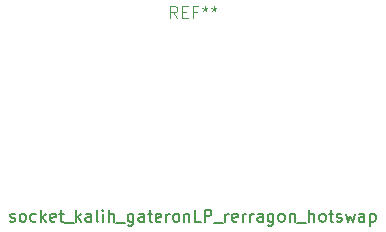
<source format=gbr>
%TF.GenerationSoftware,KiCad,Pcbnew,7.0.2*%
%TF.CreationDate,2023-05-08T22:42:50+02:00*%
%TF.ProjectId,verasity_PCB,76657261-7369-4747-995f-5043422e6b69,rev?*%
%TF.SameCoordinates,Original*%
%TF.FileFunction,Legend,Top*%
%TF.FilePolarity,Positive*%
%FSLAX46Y46*%
G04 Gerber Fmt 4.6, Leading zero omitted, Abs format (unit mm)*
G04 Created by KiCad (PCBNEW 7.0.2) date 2023-05-08 22:42:50*
%MOMM*%
%LPD*%
G01*
G04 APERTURE LIST*
%ADD10C,0.100000*%
%ADD11C,0.150000*%
G04 APERTURE END LIST*
D10*
%TO.C,REF\u002A\u002A*%
X69786666Y-81882619D02*
X69453333Y-81406428D01*
X69215238Y-81882619D02*
X69215238Y-80882619D01*
X69215238Y-80882619D02*
X69596190Y-80882619D01*
X69596190Y-80882619D02*
X69691428Y-80930238D01*
X69691428Y-80930238D02*
X69739047Y-80977857D01*
X69739047Y-80977857D02*
X69786666Y-81073095D01*
X69786666Y-81073095D02*
X69786666Y-81215952D01*
X69786666Y-81215952D02*
X69739047Y-81311190D01*
X69739047Y-81311190D02*
X69691428Y-81358809D01*
X69691428Y-81358809D02*
X69596190Y-81406428D01*
X69596190Y-81406428D02*
X69215238Y-81406428D01*
X70215238Y-81358809D02*
X70548571Y-81358809D01*
X70691428Y-81882619D02*
X70215238Y-81882619D01*
X70215238Y-81882619D02*
X70215238Y-80882619D01*
X70215238Y-80882619D02*
X70691428Y-80882619D01*
X71453333Y-81358809D02*
X71120000Y-81358809D01*
X71120000Y-81882619D02*
X71120000Y-80882619D01*
X71120000Y-80882619D02*
X71596190Y-80882619D01*
X72120000Y-80882619D02*
X72120000Y-81120714D01*
X71881905Y-81025476D02*
X72120000Y-81120714D01*
X72120000Y-81120714D02*
X72358095Y-81025476D01*
X71977143Y-81311190D02*
X72120000Y-81120714D01*
X72120000Y-81120714D02*
X72262857Y-81311190D01*
X72881905Y-80882619D02*
X72881905Y-81120714D01*
X72643810Y-81025476D02*
X72881905Y-81120714D01*
X72881905Y-81120714D02*
X73120000Y-81025476D01*
X72739048Y-81311190D02*
X72881905Y-81120714D01*
X72881905Y-81120714D02*
X73024762Y-81311190D01*
D11*
X55643806Y-99085000D02*
X55739044Y-99132619D01*
X55739044Y-99132619D02*
X55929520Y-99132619D01*
X55929520Y-99132619D02*
X56024758Y-99085000D01*
X56024758Y-99085000D02*
X56072377Y-98989761D01*
X56072377Y-98989761D02*
X56072377Y-98942142D01*
X56072377Y-98942142D02*
X56024758Y-98846904D01*
X56024758Y-98846904D02*
X55929520Y-98799285D01*
X55929520Y-98799285D02*
X55786663Y-98799285D01*
X55786663Y-98799285D02*
X55691425Y-98751666D01*
X55691425Y-98751666D02*
X55643806Y-98656428D01*
X55643806Y-98656428D02*
X55643806Y-98608809D01*
X55643806Y-98608809D02*
X55691425Y-98513571D01*
X55691425Y-98513571D02*
X55786663Y-98465952D01*
X55786663Y-98465952D02*
X55929520Y-98465952D01*
X55929520Y-98465952D02*
X56024758Y-98513571D01*
X56643806Y-99132619D02*
X56548568Y-99085000D01*
X56548568Y-99085000D02*
X56500949Y-99037380D01*
X56500949Y-99037380D02*
X56453330Y-98942142D01*
X56453330Y-98942142D02*
X56453330Y-98656428D01*
X56453330Y-98656428D02*
X56500949Y-98561190D01*
X56500949Y-98561190D02*
X56548568Y-98513571D01*
X56548568Y-98513571D02*
X56643806Y-98465952D01*
X56643806Y-98465952D02*
X56786663Y-98465952D01*
X56786663Y-98465952D02*
X56881901Y-98513571D01*
X56881901Y-98513571D02*
X56929520Y-98561190D01*
X56929520Y-98561190D02*
X56977139Y-98656428D01*
X56977139Y-98656428D02*
X56977139Y-98942142D01*
X56977139Y-98942142D02*
X56929520Y-99037380D01*
X56929520Y-99037380D02*
X56881901Y-99085000D01*
X56881901Y-99085000D02*
X56786663Y-99132619D01*
X56786663Y-99132619D02*
X56643806Y-99132619D01*
X57834282Y-99085000D02*
X57739044Y-99132619D01*
X57739044Y-99132619D02*
X57548568Y-99132619D01*
X57548568Y-99132619D02*
X57453330Y-99085000D01*
X57453330Y-99085000D02*
X57405711Y-99037380D01*
X57405711Y-99037380D02*
X57358092Y-98942142D01*
X57358092Y-98942142D02*
X57358092Y-98656428D01*
X57358092Y-98656428D02*
X57405711Y-98561190D01*
X57405711Y-98561190D02*
X57453330Y-98513571D01*
X57453330Y-98513571D02*
X57548568Y-98465952D01*
X57548568Y-98465952D02*
X57739044Y-98465952D01*
X57739044Y-98465952D02*
X57834282Y-98513571D01*
X58262854Y-99132619D02*
X58262854Y-98132619D01*
X58358092Y-98751666D02*
X58643806Y-99132619D01*
X58643806Y-98465952D02*
X58262854Y-98846904D01*
X59453330Y-99085000D02*
X59358092Y-99132619D01*
X59358092Y-99132619D02*
X59167616Y-99132619D01*
X59167616Y-99132619D02*
X59072378Y-99085000D01*
X59072378Y-99085000D02*
X59024759Y-98989761D01*
X59024759Y-98989761D02*
X59024759Y-98608809D01*
X59024759Y-98608809D02*
X59072378Y-98513571D01*
X59072378Y-98513571D02*
X59167616Y-98465952D01*
X59167616Y-98465952D02*
X59358092Y-98465952D01*
X59358092Y-98465952D02*
X59453330Y-98513571D01*
X59453330Y-98513571D02*
X59500949Y-98608809D01*
X59500949Y-98608809D02*
X59500949Y-98704047D01*
X59500949Y-98704047D02*
X59024759Y-98799285D01*
X59786664Y-98465952D02*
X60167616Y-98465952D01*
X59929521Y-98132619D02*
X59929521Y-98989761D01*
X59929521Y-98989761D02*
X59977140Y-99085000D01*
X59977140Y-99085000D02*
X60072378Y-99132619D01*
X60072378Y-99132619D02*
X60167616Y-99132619D01*
X60262855Y-99227857D02*
X61024759Y-99227857D01*
X61262855Y-99132619D02*
X61262855Y-98132619D01*
X61358093Y-98751666D02*
X61643807Y-99132619D01*
X61643807Y-98465952D02*
X61262855Y-98846904D01*
X62500950Y-99132619D02*
X62500950Y-98608809D01*
X62500950Y-98608809D02*
X62453331Y-98513571D01*
X62453331Y-98513571D02*
X62358093Y-98465952D01*
X62358093Y-98465952D02*
X62167617Y-98465952D01*
X62167617Y-98465952D02*
X62072379Y-98513571D01*
X62500950Y-99085000D02*
X62405712Y-99132619D01*
X62405712Y-99132619D02*
X62167617Y-99132619D01*
X62167617Y-99132619D02*
X62072379Y-99085000D01*
X62072379Y-99085000D02*
X62024760Y-98989761D01*
X62024760Y-98989761D02*
X62024760Y-98894523D01*
X62024760Y-98894523D02*
X62072379Y-98799285D01*
X62072379Y-98799285D02*
X62167617Y-98751666D01*
X62167617Y-98751666D02*
X62405712Y-98751666D01*
X62405712Y-98751666D02*
X62500950Y-98704047D01*
X63119998Y-99132619D02*
X63024760Y-99085000D01*
X63024760Y-99085000D02*
X62977141Y-98989761D01*
X62977141Y-98989761D02*
X62977141Y-98132619D01*
X63500951Y-99132619D02*
X63500951Y-98465952D01*
X63500951Y-98132619D02*
X63453332Y-98180238D01*
X63453332Y-98180238D02*
X63500951Y-98227857D01*
X63500951Y-98227857D02*
X63548570Y-98180238D01*
X63548570Y-98180238D02*
X63500951Y-98132619D01*
X63500951Y-98132619D02*
X63500951Y-98227857D01*
X63977141Y-99132619D02*
X63977141Y-98132619D01*
X64405712Y-99132619D02*
X64405712Y-98608809D01*
X64405712Y-98608809D02*
X64358093Y-98513571D01*
X64358093Y-98513571D02*
X64262855Y-98465952D01*
X64262855Y-98465952D02*
X64119998Y-98465952D01*
X64119998Y-98465952D02*
X64024760Y-98513571D01*
X64024760Y-98513571D02*
X63977141Y-98561190D01*
X64643808Y-99227857D02*
X65405712Y-99227857D01*
X66072379Y-98465952D02*
X66072379Y-99275476D01*
X66072379Y-99275476D02*
X66024760Y-99370714D01*
X66024760Y-99370714D02*
X65977141Y-99418333D01*
X65977141Y-99418333D02*
X65881903Y-99465952D01*
X65881903Y-99465952D02*
X65739046Y-99465952D01*
X65739046Y-99465952D02*
X65643808Y-99418333D01*
X66072379Y-99085000D02*
X65977141Y-99132619D01*
X65977141Y-99132619D02*
X65786665Y-99132619D01*
X65786665Y-99132619D02*
X65691427Y-99085000D01*
X65691427Y-99085000D02*
X65643808Y-99037380D01*
X65643808Y-99037380D02*
X65596189Y-98942142D01*
X65596189Y-98942142D02*
X65596189Y-98656428D01*
X65596189Y-98656428D02*
X65643808Y-98561190D01*
X65643808Y-98561190D02*
X65691427Y-98513571D01*
X65691427Y-98513571D02*
X65786665Y-98465952D01*
X65786665Y-98465952D02*
X65977141Y-98465952D01*
X65977141Y-98465952D02*
X66072379Y-98513571D01*
X66977141Y-99132619D02*
X66977141Y-98608809D01*
X66977141Y-98608809D02*
X66929522Y-98513571D01*
X66929522Y-98513571D02*
X66834284Y-98465952D01*
X66834284Y-98465952D02*
X66643808Y-98465952D01*
X66643808Y-98465952D02*
X66548570Y-98513571D01*
X66977141Y-99085000D02*
X66881903Y-99132619D01*
X66881903Y-99132619D02*
X66643808Y-99132619D01*
X66643808Y-99132619D02*
X66548570Y-99085000D01*
X66548570Y-99085000D02*
X66500951Y-98989761D01*
X66500951Y-98989761D02*
X66500951Y-98894523D01*
X66500951Y-98894523D02*
X66548570Y-98799285D01*
X66548570Y-98799285D02*
X66643808Y-98751666D01*
X66643808Y-98751666D02*
X66881903Y-98751666D01*
X66881903Y-98751666D02*
X66977141Y-98704047D01*
X67310475Y-98465952D02*
X67691427Y-98465952D01*
X67453332Y-98132619D02*
X67453332Y-98989761D01*
X67453332Y-98989761D02*
X67500951Y-99085000D01*
X67500951Y-99085000D02*
X67596189Y-99132619D01*
X67596189Y-99132619D02*
X67691427Y-99132619D01*
X68405713Y-99085000D02*
X68310475Y-99132619D01*
X68310475Y-99132619D02*
X68119999Y-99132619D01*
X68119999Y-99132619D02*
X68024761Y-99085000D01*
X68024761Y-99085000D02*
X67977142Y-98989761D01*
X67977142Y-98989761D02*
X67977142Y-98608809D01*
X67977142Y-98608809D02*
X68024761Y-98513571D01*
X68024761Y-98513571D02*
X68119999Y-98465952D01*
X68119999Y-98465952D02*
X68310475Y-98465952D01*
X68310475Y-98465952D02*
X68405713Y-98513571D01*
X68405713Y-98513571D02*
X68453332Y-98608809D01*
X68453332Y-98608809D02*
X68453332Y-98704047D01*
X68453332Y-98704047D02*
X67977142Y-98799285D01*
X68881904Y-99132619D02*
X68881904Y-98465952D01*
X68881904Y-98656428D02*
X68929523Y-98561190D01*
X68929523Y-98561190D02*
X68977142Y-98513571D01*
X68977142Y-98513571D02*
X69072380Y-98465952D01*
X69072380Y-98465952D02*
X69167618Y-98465952D01*
X69643809Y-99132619D02*
X69548571Y-99085000D01*
X69548571Y-99085000D02*
X69500952Y-99037380D01*
X69500952Y-99037380D02*
X69453333Y-98942142D01*
X69453333Y-98942142D02*
X69453333Y-98656428D01*
X69453333Y-98656428D02*
X69500952Y-98561190D01*
X69500952Y-98561190D02*
X69548571Y-98513571D01*
X69548571Y-98513571D02*
X69643809Y-98465952D01*
X69643809Y-98465952D02*
X69786666Y-98465952D01*
X69786666Y-98465952D02*
X69881904Y-98513571D01*
X69881904Y-98513571D02*
X69929523Y-98561190D01*
X69929523Y-98561190D02*
X69977142Y-98656428D01*
X69977142Y-98656428D02*
X69977142Y-98942142D01*
X69977142Y-98942142D02*
X69929523Y-99037380D01*
X69929523Y-99037380D02*
X69881904Y-99085000D01*
X69881904Y-99085000D02*
X69786666Y-99132619D01*
X69786666Y-99132619D02*
X69643809Y-99132619D01*
X70405714Y-98465952D02*
X70405714Y-99132619D01*
X70405714Y-98561190D02*
X70453333Y-98513571D01*
X70453333Y-98513571D02*
X70548571Y-98465952D01*
X70548571Y-98465952D02*
X70691428Y-98465952D01*
X70691428Y-98465952D02*
X70786666Y-98513571D01*
X70786666Y-98513571D02*
X70834285Y-98608809D01*
X70834285Y-98608809D02*
X70834285Y-99132619D01*
X71786666Y-99132619D02*
X71310476Y-99132619D01*
X71310476Y-99132619D02*
X71310476Y-98132619D01*
X72120000Y-99132619D02*
X72120000Y-98132619D01*
X72120000Y-98132619D02*
X72500952Y-98132619D01*
X72500952Y-98132619D02*
X72596190Y-98180238D01*
X72596190Y-98180238D02*
X72643809Y-98227857D01*
X72643809Y-98227857D02*
X72691428Y-98323095D01*
X72691428Y-98323095D02*
X72691428Y-98465952D01*
X72691428Y-98465952D02*
X72643809Y-98561190D01*
X72643809Y-98561190D02*
X72596190Y-98608809D01*
X72596190Y-98608809D02*
X72500952Y-98656428D01*
X72500952Y-98656428D02*
X72120000Y-98656428D01*
X72881905Y-99227857D02*
X73643809Y-99227857D01*
X73881905Y-99132619D02*
X73881905Y-98465952D01*
X73881905Y-98656428D02*
X73929524Y-98561190D01*
X73929524Y-98561190D02*
X73977143Y-98513571D01*
X73977143Y-98513571D02*
X74072381Y-98465952D01*
X74072381Y-98465952D02*
X74167619Y-98465952D01*
X74881905Y-99085000D02*
X74786667Y-99132619D01*
X74786667Y-99132619D02*
X74596191Y-99132619D01*
X74596191Y-99132619D02*
X74500953Y-99085000D01*
X74500953Y-99085000D02*
X74453334Y-98989761D01*
X74453334Y-98989761D02*
X74453334Y-98608809D01*
X74453334Y-98608809D02*
X74500953Y-98513571D01*
X74500953Y-98513571D02*
X74596191Y-98465952D01*
X74596191Y-98465952D02*
X74786667Y-98465952D01*
X74786667Y-98465952D02*
X74881905Y-98513571D01*
X74881905Y-98513571D02*
X74929524Y-98608809D01*
X74929524Y-98608809D02*
X74929524Y-98704047D01*
X74929524Y-98704047D02*
X74453334Y-98799285D01*
X75358096Y-99132619D02*
X75358096Y-98465952D01*
X75358096Y-98656428D02*
X75405715Y-98561190D01*
X75405715Y-98561190D02*
X75453334Y-98513571D01*
X75453334Y-98513571D02*
X75548572Y-98465952D01*
X75548572Y-98465952D02*
X75643810Y-98465952D01*
X75977144Y-99132619D02*
X75977144Y-98465952D01*
X75977144Y-98656428D02*
X76024763Y-98561190D01*
X76024763Y-98561190D02*
X76072382Y-98513571D01*
X76072382Y-98513571D02*
X76167620Y-98465952D01*
X76167620Y-98465952D02*
X76262858Y-98465952D01*
X77024763Y-99132619D02*
X77024763Y-98608809D01*
X77024763Y-98608809D02*
X76977144Y-98513571D01*
X76977144Y-98513571D02*
X76881906Y-98465952D01*
X76881906Y-98465952D02*
X76691430Y-98465952D01*
X76691430Y-98465952D02*
X76596192Y-98513571D01*
X77024763Y-99085000D02*
X76929525Y-99132619D01*
X76929525Y-99132619D02*
X76691430Y-99132619D01*
X76691430Y-99132619D02*
X76596192Y-99085000D01*
X76596192Y-99085000D02*
X76548573Y-98989761D01*
X76548573Y-98989761D02*
X76548573Y-98894523D01*
X76548573Y-98894523D02*
X76596192Y-98799285D01*
X76596192Y-98799285D02*
X76691430Y-98751666D01*
X76691430Y-98751666D02*
X76929525Y-98751666D01*
X76929525Y-98751666D02*
X77024763Y-98704047D01*
X77929525Y-98465952D02*
X77929525Y-99275476D01*
X77929525Y-99275476D02*
X77881906Y-99370714D01*
X77881906Y-99370714D02*
X77834287Y-99418333D01*
X77834287Y-99418333D02*
X77739049Y-99465952D01*
X77739049Y-99465952D02*
X77596192Y-99465952D01*
X77596192Y-99465952D02*
X77500954Y-99418333D01*
X77929525Y-99085000D02*
X77834287Y-99132619D01*
X77834287Y-99132619D02*
X77643811Y-99132619D01*
X77643811Y-99132619D02*
X77548573Y-99085000D01*
X77548573Y-99085000D02*
X77500954Y-99037380D01*
X77500954Y-99037380D02*
X77453335Y-98942142D01*
X77453335Y-98942142D02*
X77453335Y-98656428D01*
X77453335Y-98656428D02*
X77500954Y-98561190D01*
X77500954Y-98561190D02*
X77548573Y-98513571D01*
X77548573Y-98513571D02*
X77643811Y-98465952D01*
X77643811Y-98465952D02*
X77834287Y-98465952D01*
X77834287Y-98465952D02*
X77929525Y-98513571D01*
X78548573Y-99132619D02*
X78453335Y-99085000D01*
X78453335Y-99085000D02*
X78405716Y-99037380D01*
X78405716Y-99037380D02*
X78358097Y-98942142D01*
X78358097Y-98942142D02*
X78358097Y-98656428D01*
X78358097Y-98656428D02*
X78405716Y-98561190D01*
X78405716Y-98561190D02*
X78453335Y-98513571D01*
X78453335Y-98513571D02*
X78548573Y-98465952D01*
X78548573Y-98465952D02*
X78691430Y-98465952D01*
X78691430Y-98465952D02*
X78786668Y-98513571D01*
X78786668Y-98513571D02*
X78834287Y-98561190D01*
X78834287Y-98561190D02*
X78881906Y-98656428D01*
X78881906Y-98656428D02*
X78881906Y-98942142D01*
X78881906Y-98942142D02*
X78834287Y-99037380D01*
X78834287Y-99037380D02*
X78786668Y-99085000D01*
X78786668Y-99085000D02*
X78691430Y-99132619D01*
X78691430Y-99132619D02*
X78548573Y-99132619D01*
X79310478Y-98465952D02*
X79310478Y-99132619D01*
X79310478Y-98561190D02*
X79358097Y-98513571D01*
X79358097Y-98513571D02*
X79453335Y-98465952D01*
X79453335Y-98465952D02*
X79596192Y-98465952D01*
X79596192Y-98465952D02*
X79691430Y-98513571D01*
X79691430Y-98513571D02*
X79739049Y-98608809D01*
X79739049Y-98608809D02*
X79739049Y-99132619D01*
X79977145Y-99227857D02*
X80739049Y-99227857D01*
X80977145Y-99132619D02*
X80977145Y-98132619D01*
X81405716Y-99132619D02*
X81405716Y-98608809D01*
X81405716Y-98608809D02*
X81358097Y-98513571D01*
X81358097Y-98513571D02*
X81262859Y-98465952D01*
X81262859Y-98465952D02*
X81120002Y-98465952D01*
X81120002Y-98465952D02*
X81024764Y-98513571D01*
X81024764Y-98513571D02*
X80977145Y-98561190D01*
X82024764Y-99132619D02*
X81929526Y-99085000D01*
X81929526Y-99085000D02*
X81881907Y-99037380D01*
X81881907Y-99037380D02*
X81834288Y-98942142D01*
X81834288Y-98942142D02*
X81834288Y-98656428D01*
X81834288Y-98656428D02*
X81881907Y-98561190D01*
X81881907Y-98561190D02*
X81929526Y-98513571D01*
X81929526Y-98513571D02*
X82024764Y-98465952D01*
X82024764Y-98465952D02*
X82167621Y-98465952D01*
X82167621Y-98465952D02*
X82262859Y-98513571D01*
X82262859Y-98513571D02*
X82310478Y-98561190D01*
X82310478Y-98561190D02*
X82358097Y-98656428D01*
X82358097Y-98656428D02*
X82358097Y-98942142D01*
X82358097Y-98942142D02*
X82310478Y-99037380D01*
X82310478Y-99037380D02*
X82262859Y-99085000D01*
X82262859Y-99085000D02*
X82167621Y-99132619D01*
X82167621Y-99132619D02*
X82024764Y-99132619D01*
X82643812Y-98465952D02*
X83024764Y-98465952D01*
X82786669Y-98132619D02*
X82786669Y-98989761D01*
X82786669Y-98989761D02*
X82834288Y-99085000D01*
X82834288Y-99085000D02*
X82929526Y-99132619D01*
X82929526Y-99132619D02*
X83024764Y-99132619D01*
X83310479Y-99085000D02*
X83405717Y-99132619D01*
X83405717Y-99132619D02*
X83596193Y-99132619D01*
X83596193Y-99132619D02*
X83691431Y-99085000D01*
X83691431Y-99085000D02*
X83739050Y-98989761D01*
X83739050Y-98989761D02*
X83739050Y-98942142D01*
X83739050Y-98942142D02*
X83691431Y-98846904D01*
X83691431Y-98846904D02*
X83596193Y-98799285D01*
X83596193Y-98799285D02*
X83453336Y-98799285D01*
X83453336Y-98799285D02*
X83358098Y-98751666D01*
X83358098Y-98751666D02*
X83310479Y-98656428D01*
X83310479Y-98656428D02*
X83310479Y-98608809D01*
X83310479Y-98608809D02*
X83358098Y-98513571D01*
X83358098Y-98513571D02*
X83453336Y-98465952D01*
X83453336Y-98465952D02*
X83596193Y-98465952D01*
X83596193Y-98465952D02*
X83691431Y-98513571D01*
X84072384Y-98465952D02*
X84262860Y-99132619D01*
X84262860Y-99132619D02*
X84453336Y-98656428D01*
X84453336Y-98656428D02*
X84643812Y-99132619D01*
X84643812Y-99132619D02*
X84834288Y-98465952D01*
X85643812Y-99132619D02*
X85643812Y-98608809D01*
X85643812Y-98608809D02*
X85596193Y-98513571D01*
X85596193Y-98513571D02*
X85500955Y-98465952D01*
X85500955Y-98465952D02*
X85310479Y-98465952D01*
X85310479Y-98465952D02*
X85215241Y-98513571D01*
X85643812Y-99085000D02*
X85548574Y-99132619D01*
X85548574Y-99132619D02*
X85310479Y-99132619D01*
X85310479Y-99132619D02*
X85215241Y-99085000D01*
X85215241Y-99085000D02*
X85167622Y-98989761D01*
X85167622Y-98989761D02*
X85167622Y-98894523D01*
X85167622Y-98894523D02*
X85215241Y-98799285D01*
X85215241Y-98799285D02*
X85310479Y-98751666D01*
X85310479Y-98751666D02*
X85548574Y-98751666D01*
X85548574Y-98751666D02*
X85643812Y-98704047D01*
X86120003Y-98465952D02*
X86120003Y-99465952D01*
X86120003Y-98513571D02*
X86215241Y-98465952D01*
X86215241Y-98465952D02*
X86405717Y-98465952D01*
X86405717Y-98465952D02*
X86500955Y-98513571D01*
X86500955Y-98513571D02*
X86548574Y-98561190D01*
X86548574Y-98561190D02*
X86596193Y-98656428D01*
X86596193Y-98656428D02*
X86596193Y-98942142D01*
X86596193Y-98942142D02*
X86548574Y-99037380D01*
X86548574Y-99037380D02*
X86500955Y-99085000D01*
X86500955Y-99085000D02*
X86405717Y-99132619D01*
X86405717Y-99132619D02*
X86215241Y-99132619D01*
X86215241Y-99132619D02*
X86120003Y-99085000D01*
%TD*%
M02*

</source>
